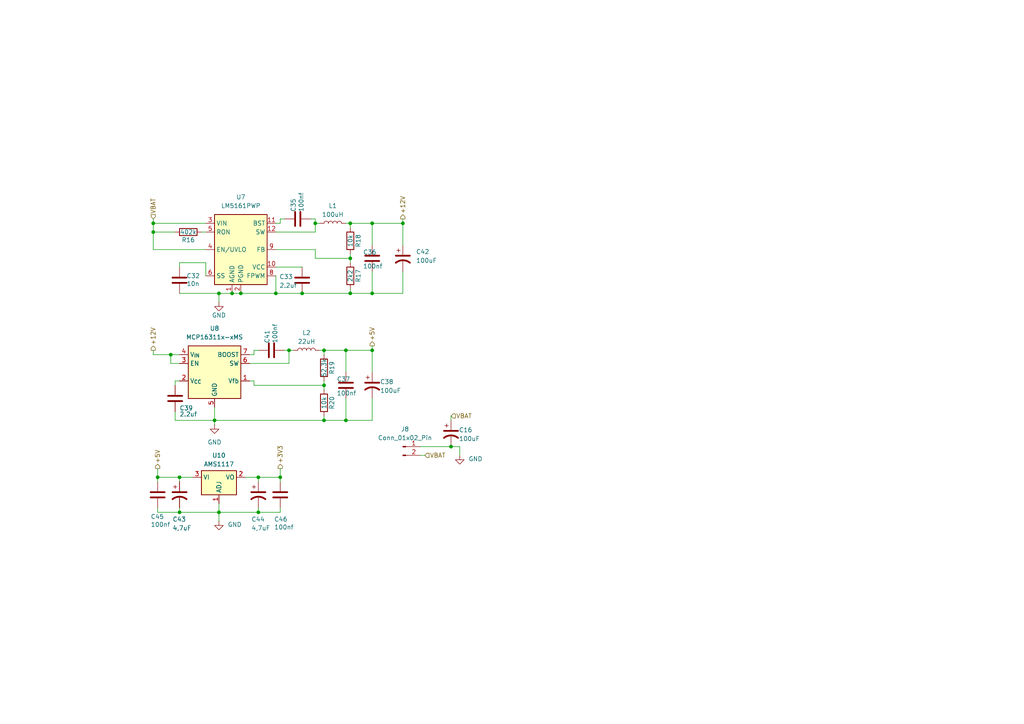
<source format=kicad_sch>
(kicad_sch (version 20250114) (generator "eeschema") (generator_version "9.0")
  (paper "A4")
  (lib_symbols
    (symbol "Connector:Conn_01x02_Pin" (pin_names (offset 1.016) (hide yes))
      (property "Reference" "J" (at 0 2.54 0))
      (property "Value" "Conn_01x02_Pin" (at 0 -5.08 0))
      (symbol "Conn_01x02_Pin_1_1"
        (rectangle (start 0.8636 0.127) (end 0 -0.127) (stroke (width 0.1524)) (fill (type outline)))
        (rectangle (start 0.8636 -2.413) (end 0 -2.667) (stroke (width 0.1524)) (fill (type outline)))
        (polyline (pts (xy 1.27 0) (xy 0.8636 0)) (stroke (width 0.1524)))
        (polyline (pts (xy 1.27 -2.54) (xy 0.8636 -2.54)) (stroke (width 0.1524)))
        (pin passive line (at 5.08 0 180) (length 3.81) (name "Pin_1") (number "1"))
        (pin passive line (at 5.08 -2.54 180) (length 3.81) (name "Pin_2") (number "2"))
      )
    )
    (symbol "Device:C" (pin_numbers (hide yes)) (pin_names (offset 0.254))
      (property "Reference" "C" (at 0.635 2.54 0))
      (property "Value" "C" (at 0.635 -2.54 0))
      (symbol "C_0_1"
        (polyline (pts (xy -2.032 0.762) (xy 2.032 0.762)) (stroke (width 0.508)))
        (polyline (pts (xy -2.032 -0.762) (xy 2.032 -0.762)) (stroke (width 0.508)))
      )
      (symbol "C_1_1"
        (pin passive line (at 0 3.81 270) (length 2.794) (name "~") (number "1"))
        (pin passive line (at 0 -3.81 90) (length 2.794) (name "~") (number "2"))
      )
    )
    (symbol "Device:C_Polarized_US" (pin_numbers (hide yes)) (pin_names (offset 0.254) (hide yes))
      (property "Reference" "C" (at 0.635 2.54 0))
      (property "Value" "C_Polarized_US" (at 0.635 -2.54 0))
      (symbol "C_Polarized_US_0_1"
        (polyline (pts (xy -2.032 0.762) (xy 2.032 0.762)) (stroke (width 0.508)))
        (polyline (pts (xy -1.778 2.286) (xy -0.762 2.286)))
        (polyline (pts (xy -1.27 1.778) (xy -1.27 2.794)))
        (arc (start -2.032 -1.27) (mid 0 -0.5572) (end 2.032 -1.27) (stroke (width 0.508)))
      )
      (symbol "C_Polarized_US_1_1"
        (pin passive line (at 0 3.81 270) (length 2.794) (name "~") (number "1"))
        (pin passive line (at 0 -3.81 90) (length 3.302) (name "~") (number "2"))
      )
    )
    (symbol "Device:L" (pin_numbers (hide yes)) (pin_names (offset 1.016) (hide yes))
      (property "Reference" "L" (at -1.27 0 90))
      (property "Value" "L" (at 1.905 0 90))
      (symbol "L_0_1"
        (arc (start 0 2.54) (mid 0.6323 1.905) (end 0 1.27))
        (arc (start 0 1.27) (mid 0.6323 0.635) (end 0 0))
        (arc (start 0 0) (mid 0.6323 -0.635) (end 0 -1.27))
        (arc (start 0 -1.27) (mid 0.6323 -1.905) (end 0 -2.54))
      )
      (symbol "L_1_1"
        (pin passive line (at 0 3.81 270) (length 1.27) (name "1") (number "1"))
        (pin passive line (at 0 -3.81 90) (length 1.27) (name "2") (number "2"))
      )
    )
    (symbol "Device:R" (pin_numbers (hide yes)) (pin_names (offset 0))
      (property "Reference" "R" (at 2.032 0 90))
      (property "Value" "R" (at 0 0 90))
      (symbol "R_0_1"
        (rectangle (start -1.016 -2.54) (end 1.016 2.54) (stroke (width 0.254)))
      )
      (symbol "R_1_1"
        (pin passive line (at 0 3.81 270) (length 1.27) (name "~") (number "1"))
        (pin passive line (at 0 -3.81 90) (length 1.27) (name "~") (number "2"))
      )
    )
    (symbol "Regulator_Linear:AMS1117"
      (property "Reference" "U" (at -3.81 3.175 0))
      (property "Value" "AMS1117" (at 0 3.175 0))
      (symbol "AMS1117_0_1"
        (rectangle (start -5.08 -5.08) (end 5.08 1.905) (stroke (width 0.254)) (fill (type background)))
      )
      (symbol "AMS1117_1_1"
        (pin power_in line (at -7.62 0 0) (length 2.54) (name "VI") (number "3"))
        (pin input line (at 0 -7.62 90) (length 2.54) (name "ADJ") (number "1"))
        (pin power_out line (at 7.62 0 180) (length 2.54) (name "VO") (number "2"))
      )
    )
    (symbol "Regulator_Switching:LM5161PWP"
      (property "Reference" "U" (at -7.62 11.43 0))
      (property "Value" "LM5161PWP" (at 7.62 11.43 0))
      (symbol "LM5161PWP_0_1"
        (rectangle (start -7.62 10.16) (end 7.62 -10.16) (stroke (width 0.254)) (fill (type background)))
      )
      (symbol "LM5161PWP_1_1"
        (pin power_in line (at -10.16 7.62 0) (length 2.54) (name "VIN") (number "3"))
        (pin input line (at -10.16 5.08 0) (length 2.54) (name "RON") (number "5"))
        (pin input line (at -10.16 0 0) (length 2.54) (name "EN/UVLO") (number "4"))
        (pin passive line (at -10.16 -7.62 0) (length 2.54) (name "SS") (number "6"))
        (pin no_connect line (at -7.62 -2.54 0) (length 2.54) (hide yes) (name "NC") (number "7"))
        (pin no_connect line (at -7.62 -5.08 0) (length 2.54) (hide yes) (name "NC") (number "14"))
        (pin power_in line (at -2.54 -12.7 90) (length 2.54) (name "AGND") (number "1"))
        (pin passive line (at -2.54 -12.7 90) (length 2.54) (hide yes) (name "AGND") (number "15"))
        (pin power_in line (at 0 -12.7 90) (length 2.54) (name "PGND") (number "2"))
        (pin passive line (at 10.16 7.62 180) (length 2.54) (name "BST") (number "11"))
        (pin power_out line (at 10.16 5.08 180) (length 2.54) (name "SW") (number "12"))
        (pin passive line (at 10.16 5.08 180) (length 2.54) (hide yes) (name "SW") (number "13"))
        (pin input line (at 10.16 0 180) (length 2.54) (name "FB") (number "9"))
        (pin power_out line (at 10.16 -5.08 180) (length 2.54) (name "VCC") (number "10"))
        (pin input line (at 10.16 -7.62 180) (length 2.54) (name "FPWM") (number "8"))
      )
    )
    (symbol "Regulator_Switching:MCP16311x-xMS"
      (property "Reference" "U" (at -7.62 8.89 0))
      (property "Value" "MCP16311x-xMS" (at 0 8.89 0))
      (symbol "MCP16311x-xMS_0_1"
        (rectangle (start -7.62 7.62) (end 7.62 -7.62) (stroke (width 0.254)) (fill (type background)))
      )
      (symbol "MCP16311x-xMS_1_1"
        (pin power_in line (at -10.16 5.08 0) (length 2.54) (name "V_{IN}") (number "4"))
        (pin input line (at -10.16 2.54 0) (length 2.54) (name "EN") (number "3"))
        (pin passive line (at -10.16 -2.54 0) (length 2.54) (name "V_{CC}") (number "2"))
        (pin power_in line (at 0 -10.16 90) (length 2.54) (name "GND") (number "5"))
        (pin passive line (at 0 -10.16 90) (length 2.54) (hide yes) (name "GND") (number "8"))
        (pin output line (at 10.16 5.08 180) (length 2.54) (name "BOOST") (number "7"))
        (pin output line (at 10.16 2.54 180) (length 2.54) (name "SW") (number "6"))
        (pin input line (at 10.16 -2.54 180) (length 2.54) (name "Vfb") (number "1"))
      )
    )
    (symbol "power:GND" (power) (pin_numbers (hide yes)) (pin_names (offset 0) (hide yes))
      (property "Value" "GND" (at 0 -3.81 0))
      (symbol "GND_0_1"
        (polyline (pts (xy 0 0) (xy 0 -1.27) (xy 1.27 -1.27) (xy 0 -2.54) (xy -1.27 -1.27) (xy 0 -1.27)))
      )
      (symbol "GND_1_1"
        (pin power_in line (at 0 0 270) (length 0) (name "~") (number "1"))
      )
    )
  )
  (junction (at 67.31 85.09))
  (junction (at 87.63 85.09))
  (junction (at 69.85 85.09))
  (junction (at 116.84 64.77))
  (junction (at 63.5 148.59))
  (junction (at 74.93 138.43))
  (junction (at 100.33 101.6))
  (junction (at 101.6 64.77))
  (junction (at 101.6 85.09))
  (junction (at 107.95 101.6))
  (junction (at 63.5 85.09))
  (junction (at 130.81 129.54))
  (junction (at 107.95 64.77))
  (junction (at 101.6 74.93))
  (junction (at 107.95 85.09))
  (junction (at 44.45 67.31))
  (junction (at 80.01 85.09))
  (junction (at 83.82 101.6))
  (junction (at 93.98 121.92))
  (junction (at 93.98 111.76))
  (junction (at 45.72 138.43))
  (junction (at 81.28 138.43))
  (junction (at 91.44 64.77))
  (junction (at 52.07 138.43))
  (junction (at 93.98 101.6))
  (junction (at 100.33 121.92))
  (junction (at 74.93 148.59))
  (junction (at 52.07 148.59))
  (junction (at 62.23 121.92))
  (junction (at 44.45 64.77))
  (junction (at 49.53 102.87))
  (wire (pts (xy 52.07 139.7) (xy 52.07 138.43)))
  (wire (pts (xy 62.23 121.92) (xy 93.98 121.92)))
  (wire (pts (xy 72.39 105.41) (xy 83.82 105.41)))
  (wire (pts (xy 130.81 120.65) (xy 130.81 121.92)))
  (wire (pts (xy 45.72 147.32) (xy 45.72 148.59)))
  (wire (pts (xy 44.45 64.77) (xy 59.69 64.77)))
  (wire (pts (xy 44.45 101.6) (xy 44.45 102.87)))
  (wire (pts (xy 62.23 118.11) (xy 62.23 121.92)))
  (wire (pts (xy 81.28 138.43) (xy 74.93 138.43)))
  (wire (pts (xy 44.45 102.87) (xy 49.53 102.87)))
  (wire (pts (xy 93.98 101.6) (xy 93.98 102.87)))
  (wire (pts (xy 107.95 64.77) (xy 101.6 64.77)))
  (wire (pts (xy 101.6 83.82) (xy 101.6 85.09)))
  (wire (pts (xy 52.07 85.09) (xy 63.5 85.09)))
  (wire (pts (xy 107.95 107.95) (xy 107.95 101.6)))
  (wire (pts (xy 101.6 64.77) (xy 100.33 64.77)))
  (wire (pts (xy 72.39 110.49) (xy 73.66 110.49)))
  (wire (pts (xy 83.82 101.6) (xy 83.82 105.41)))
  (wire (pts (xy 45.72 139.7) (xy 45.72 138.43)))
  (wire (pts (xy 93.98 101.6) (xy 100.33 101.6)))
  (wire (pts (xy 80.01 77.47) (xy 87.63 77.47)))
  (wire (pts (xy 44.45 67.31) (xy 44.45 72.39)))
  (wire (pts (xy 100.33 101.6) (xy 107.95 101.6)))
  (wire (pts (xy 63.5 85.09) (xy 67.31 85.09)))
  (wire (pts (xy 91.44 63.5) (xy 90.17 63.5)))
  (wire (pts (xy 45.72 138.43) (xy 52.07 138.43)))
  (wire (pts (xy 52.07 138.43) (xy 55.88 138.43)))
  (wire (pts (xy 45.72 148.59) (xy 52.07 148.59)))
  (wire (pts (xy 62.23 123.19) (xy 62.23 121.92)))
  (wire (pts (xy 101.6 73.66) (xy 101.6 74.93)))
  (wire (pts (xy 72.39 102.87) (xy 73.66 102.87)))
  (wire (pts (xy 100.33 115.57) (xy 100.33 121.92)))
  (wire (pts (xy 107.95 71.12) (xy 107.95 64.77)))
  (wire (pts (xy 73.66 111.76) (xy 93.98 111.76)))
  (wire (pts (xy 52.07 105.41) (xy 49.53 105.41)))
  (wire (pts (xy 80.01 85.09) (xy 69.85 85.09)))
  (wire (pts (xy 45.72 135.89) (xy 45.72 138.43)))
  (wire (pts (xy 81.28 148.59) (xy 74.93 148.59)))
  (wire (pts (xy 63.5 148.59) (xy 63.5 151.13)))
  (wire (pts (xy 91.44 64.77) (xy 91.44 67.31)))
  (wire (pts (xy 81.28 64.77) (xy 81.28 63.5)))
  (wire (pts (xy 93.98 120.65) (xy 93.98 121.92)))
  (wire (pts (xy 107.95 78.74) (xy 107.95 85.09)))
  (wire (pts (xy 100.33 121.92) (xy 107.95 121.92)))
  (wire (pts (xy 107.95 85.09) (xy 116.84 85.09)))
  (wire (pts (xy 63.5 148.59) (xy 74.93 148.59)))
  (wire (pts (xy 107.95 64.77) (xy 116.84 64.77)))
  (wire (pts (xy 52.07 148.59) (xy 63.5 148.59)))
  (wire (pts (xy 116.84 78.74) (xy 116.84 85.09)))
  (wire (pts (xy 63.5 87.63) (xy 63.5 85.09)))
  (wire (pts (xy 74.93 147.32) (xy 74.93 148.59)))
  (wire (pts (xy 50.8 119.38) (xy 50.8 121.92)))
  (wire (pts (xy 81.28 139.7) (xy 81.28 138.43)))
  (wire (pts (xy 52.07 77.47) (xy 52.07 76.2)))
  (wire (pts (xy 44.45 63.5) (xy 44.45 64.77)))
  (wire (pts (xy 91.44 64.77) (xy 92.71 64.77)))
  (wire (pts (xy 107.95 115.57) (xy 107.95 121.92)))
  (wire (pts (xy 73.66 102.87) (xy 73.66 101.6)))
  (wire (pts (xy 121.92 132.08) (xy 123.19 132.08)))
  (wire (pts (xy 81.28 63.5) (xy 82.55 63.5)))
  (wire (pts (xy 59.69 76.2) (xy 59.69 80.01)))
  (wire (pts (xy 49.53 102.87) (xy 52.07 102.87)))
  (wire (pts (xy 58.42 67.31) (xy 59.69 67.31)))
  (wire (pts (xy 107.95 85.09) (xy 101.6 85.09)))
  (wire (pts (xy 50.8 67.31) (xy 44.45 67.31)))
  (wire (pts (xy 73.66 110.49) (xy 73.66 111.76)))
  (wire (pts (xy 107.95 100.33) (xy 107.95 101.6)))
  (wire (pts (xy 101.6 64.77) (xy 101.6 66.04)))
  (wire (pts (xy 74.93 138.43) (xy 74.93 139.7)))
  (wire (pts (xy 93.98 110.49) (xy 93.98 111.76)))
  (wire (pts (xy 91.44 72.39) (xy 91.44 74.93)))
  (wire (pts (xy 50.8 111.76) (xy 50.8 110.49)))
  (wire (pts (xy 63.5 146.05) (xy 63.5 148.59)))
  (wire (pts (xy 80.01 72.39) (xy 91.44 72.39)))
  (wire (pts (xy 80.01 80.01) (xy 80.01 85.09)))
  (wire (pts (xy 100.33 107.95) (xy 100.33 101.6)))
  (wire (pts (xy 93.98 111.76) (xy 93.98 113.03)))
  (wire (pts (xy 116.84 63.5) (xy 116.84 64.77)))
  (wire (pts (xy 83.82 101.6) (xy 82.55 101.6)))
  (wire (pts (xy 87.63 85.09) (xy 101.6 85.09)))
  (wire (pts (xy 92.71 101.6) (xy 93.98 101.6)))
  (wire (pts (xy 130.81 129.54) (xy 133.35 129.54)))
  (wire (pts (xy 85.09 101.6) (xy 83.82 101.6)))
  (wire (pts (xy 80.01 85.09) (xy 87.63 85.09)))
  (wire (pts (xy 73.66 101.6) (xy 74.93 101.6)))
  (wire (pts (xy 52.07 147.32) (xy 52.07 148.59)))
  (wire (pts (xy 80.01 67.31) (xy 91.44 67.31)))
  (wire (pts (xy 67.31 85.09) (xy 69.85 85.09)))
  (wire (pts (xy 121.92 129.54) (xy 130.81 129.54)))
  (wire (pts (xy 50.8 110.49) (xy 52.07 110.49)))
  (wire (pts (xy 101.6 74.93) (xy 101.6 76.2)))
  (wire (pts (xy 116.84 71.12) (xy 116.84 64.77)))
  (wire (pts (xy 50.8 121.92) (xy 62.23 121.92)))
  (wire (pts (xy 93.98 121.92) (xy 100.33 121.92)))
  (wire (pts (xy 80.01 64.77) (xy 81.28 64.77)))
  (wire (pts (xy 44.45 64.77) (xy 44.45 67.31)))
  (wire (pts (xy 71.12 138.43) (xy 74.93 138.43)))
  (wire (pts (xy 49.53 105.41) (xy 49.53 102.87)))
  (wire (pts (xy 91.44 74.93) (xy 101.6 74.93)))
  (wire (pts (xy 59.69 72.39) (xy 44.45 72.39)))
  (wire (pts (xy 81.28 135.89) (xy 81.28 138.43)))
  (wire (pts (xy 81.28 147.32) (xy 81.28 148.59)))
  (wire (pts (xy 52.07 76.2) (xy 59.69 76.2)))
  (wire (pts (xy 133.35 129.54) (xy 133.35 132.08)))
  (wire (pts (xy 91.44 63.5) (xy 91.44 64.77)))
  (hierarchical_label "+3V3" (shape output) (at 81.28 135.89 90))
  (hierarchical_label "+12V" (shape output) (at 116.84 63.5 90))
  (hierarchical_label "+5V" (shape output) (at 45.72 135.89 90))
  (hierarchical_label "+12V" (shape output) (at 44.45 101.6 90))
  (hierarchical_label "VBAT" (shape input) (at 123.19 132.08 0))
  (hierarchical_label "VBAT" (shape input) (at 130.81 120.65 0))
  (hierarchical_label "VBAT" (shape input) (at 44.45 63.5 90))
  (hierarchical_label "+5V" (shape output) (at 107.95 100.33 90))
  (symbol (lib_id "Device:C_Polarized_US") (at 116.84 74.93 0) (unit 1)
    (property "Reference" "C42" (at 120.65 73.0249 0) (effects (justify left)))
    (property "Value" "100uF" (at 120.65 75.5649 0) (effects (justify left)))
    (property "Footprint" "Capacitor_SMD:CP_Elec_3x5.4" (effects (hide yes)))
    (property "Description" "Polarized capacitor, US symbol" (effects (hide yes)))
  )
  (symbol (lib_id "Device:L") (at 96.52 64.77 90) (unit 1)
    (property "Reference" "L1" (at 96.52 59.69 90))
    (property "Value" "100uH" (at 96.52 62.23 90))
    (property "Footprint" "Inductor_SMD:L_KOHERelec_MDA5030" (effects (hide yes)))
    (property "Description" "Inductor" (effects (hide yes)))
  )
  (symbol (lib_id "Regulator_Switching:LM5161PWP") (at 69.85 72.39 0) (unit 1)
    (property "Reference" "U7" (at 69.85 57.15 0))
    (property "Value" "LM5161PWP" (at 69.85 59.69 0))
    (property "Footprint" "Package_SO:Texas_HTSSOP-14-1EP_4.4x5mm_P0.65mm_EP3.4x5mm_Mask3.155x3.255mm_ThermalVias" (effects (hide yes)))
    (property "Datasheet" "http://www.ti.com/lit/ds/symlink/lm5161.pdf" (effects (hide yes)))
    (property "Description" "1A Synchronous Buck/Fly-buck Converter, 4.5V-100V input, adjustable output voltage, HTSSOP-14" (effects (hide yes)))
  )
  (symbol (lib_id "Device:C_Polarized_US") (at 52.07 143.51 0) (unit 1)
    (property "Reference" "C43" (at 50.038 150.622 0) (effects (justify left)))
    (property "Value" "4,7uF" (at 50.038 153.162 0) (effects (justify left)))
    (property "Footprint" "Capacitor_Tantalum_SMD:CP_EIA-3216-10_Kemet-I" (effects (hide yes)))
    (property "Description" "Polarized capacitor, US symbol" (effects (hide yes)))
  )
  (symbol (lib_id "power:GND") (at 63.5 151.13 0) (unit 1)
    (property "Reference" "#PWR037" (effects (hide yes)))
    (property "Value" "GND" (at 68.072 152.146 0))
    (property "Description" "Power symbol creates a global label with name \"GND\" , ground" (effects (hide yes)))
  )
  (symbol (lib_id "Device:C") (at 78.74 101.6 90) (unit 1)
    (property "Reference" "C41" (at 77.47 99.568 0) (effects (justify left)))
    (property "Value" "100nf" (at 79.756 99.568 0) (effects (justify left)))
    (property "Footprint" "Capacitor_SMD:C_0402_1005Metric" (effects (hide yes)))
    (property "Description" "Unpolarized capacitor" (effects (hide yes)))
  )
  (symbol (lib_id "Device:C_Polarized_US") (at 107.95 111.76 0) (unit 1)
    (property "Reference" "C38" (at 110.236 110.744 0) (effects (justify left)))
    (property "Value" "100uF" (at 110.236 113.284 0) (effects (justify left)))
    (property "Footprint" "Capacitor_SMD:CP_Elec_3x5.4" (effects (hide yes)))
    (property "Description" "Polarized capacitor, US symbol" (effects (hide yes)))
  )
  (symbol (lib_id "Device:R") (at 101.6 80.01 180) (unit 1)
    (property "Reference" "R17" (at 103.886 80.01 90))
    (property "Value" "2k2" (at 101.6 80.01 90))
    (property "Footprint" "Resistor_SMD:R_0402_1005Metric" (effects (hide yes)))
    (property "Description" "Resistor" (effects (hide yes)))
  )
  (symbol (lib_id "Device:C") (at 107.95 74.93 180) (unit 1)
    (property "Reference" "C36" (at 109.22 73.152 0) (effects (justify left)))
    (property "Value" "100nf" (at 110.998 77.216 0) (effects (justify left)))
    (property "Footprint" "Capacitor_SMD:C_0402_1005Metric" (effects (hide yes)))
    (property "Description" "Unpolarized capacitor" (effects (hide yes)))
  )
  (symbol (lib_id "Device:C") (at 50.8 115.57 0) (unit 1)
    (property "Reference" "C39" (at 52.07 118.364 0) (effects (justify left)))
    (property "Value" "2.2uf" (at 52.07 120.142 0) (effects (justify left)))
    (property "Footprint" "Capacitor_SMD:C_0603_1608Metric" (effects (hide yes)))
    (property "Description" "Unpolarized capacitor" (effects (hide yes)))
  )
  (symbol (lib_id "Device:R") (at 54.61 67.31 90) (unit 1)
    (property "Reference" "R16" (at 54.61 69.596 90))
    (property "Value" "402k" (at 54.61 67.31 90))
    (property "Footprint" "Resistor_SMD:R_0402_1005Metric" (effects (hide yes)))
    (property "Description" "Resistor" (effects (hide yes)))
  )
  (symbol (lib_id "Device:C") (at 52.07 81.28 0) (unit 1)
    (property "Reference" "C32" (at 54.102 80.01 0) (effects (justify left)))
    (property "Value" "10n" (at 54.102 82.296 0) (effects (justify left)))
    (property "Footprint" "Capacitor_SMD:C_0402_1005Metric" (effects (hide yes)))
    (property "Description" "Unpolarized capacitor" (effects (hide yes)))
  )
  (symbol (lib_id "Device:C") (at 81.28 143.51 0) (unit 1)
    (property "Reference" "C46" (at 79.502 150.622 0) (effects (justify left)))
    (property "Value" "100nf" (at 79.502 152.908 0) (effects (justify left)))
    (property "Footprint" "Capacitor_SMD:C_0402_1005Metric" (effects (hide yes)))
    (property "Description" "Unpolarized capacitor" (effects (hide yes)))
  )
  (symbol (lib_id "Regulator_Switching:MCP16311x-xMS") (at 62.23 107.95 0) (unit 1)
    (property "Reference" "U8" (at 62.23 95.25 0))
    (property "Value" "MCP16311x-xMS" (at 62.23 97.79 0))
    (property "Footprint" "Package_SO:MSOP-8_3x3mm_P0.65mm" (effects (hide yes)))
    (property "Datasheet" "https://ww1.microchip.com/downloads/en/DeviceDoc/MCP16311-Family-Data-Sheet-DS20005255C.pdf" (effects (hide yes)))
    (property "Description" "30V Input, 1A Output Voltage, integrated switch step-down regulator, PFM/PWM modulation, MSOP-8" (effects (hide yes)))
  )
  (symbol (lib_id "Connector:Conn_01x02_Pin") (at 116.84 129.54 0) (unit 1)
    (property "Reference" "J8" (at 117.475 124.46 0))
    (property "Value" "Conn_01x02_Pin" (at 117.475 127 0))
    (property "Footprint" "Connector_PinHeader_2.54mm:PinHeader_1x02_P2.54mm_Vertical" (effects (hide yes)))
    (property "Description" "Generic connector, single row, 01x02, script generated" (effects (hide yes)))
  )
  (symbol (lib_id "Device:R") (at 93.98 106.68 180) (unit 1)
    (property "Reference" "R19" (at 96.266 106.68 90))
    (property "Value" "52.3k" (at 93.98 106.68 90))
    (property "Footprint" "Resistor_SMD:R_0402_1005Metric" (effects (hide yes)))
    (property "Description" "Resistor" (effects (hide yes)))
  )
  (symbol (lib_id "Device:C") (at 86.36 63.5 90) (unit 1)
    (property "Reference" "C35" (at 85.09 61.468 0) (effects (justify left)))
    (property "Value" "100nf" (at 87.376 61.468 0) (effects (justify left)))
    (property "Footprint" "Capacitor_SMD:C_0402_1005Metric" (effects (hide yes)))
    (property "Description" "Unpolarized capacitor" (effects (hide yes)))
  )
  (symbol (lib_id "Device:R") (at 101.6 69.85 180) (unit 1)
    (property "Reference" "R18" (at 103.886 69.85 90))
    (property "Value" "10k" (at 101.6 69.85 90))
    (property "Footprint" "Resistor_SMD:R_0402_1005Metric" (effects (hide yes)))
    (property "Description" "Resistor" (effects (hide yes)))
  )
  (symbol (lib_id "power:GND") (at 63.5 87.63 0) (unit 1)
    (property "Reference" "#PWR038" (effects (hide yes)))
    (property "Value" "GND" (at 63.5 91.44 0))
    (property "Description" "Power symbol creates a global label with name \"GND\" , ground" (effects (hide yes)))
  )
  (symbol (lib_id "Regulator_Linear:AMS1117") (at 63.5 138.43 0) (unit 1)
    (property "Reference" "U10" (at 63.5 132.08 0))
    (property "Value" "AMS1117" (at 63.5 134.62 0))
    (property "Footprint" "Package_TO_SOT_SMD:SOT-223-3_TabPin2" (effects (hide yes)))
    (property "Datasheet" "http://www.advanced-monolithic.com/pdf/ds1117.pdf" (effects (hide yes)))
    (property "Description" "1A Low Dropout regulator, positive, adjustable output, SOT-223" (effects (hide yes)))
  )
  (symbol (lib_id "power:GND") (at 62.23 123.19 0) (unit 1)
    (property "Reference" "#PWR039" (effects (hide yes)))
    (property "Value" "GND" (at 62.23 128.27 0))
    (property "Description" "Power symbol creates a global label with name \"GND\" , ground" (effects (hide yes)))
  )
  (symbol (lib_id "Device:C_Polarized_US") (at 74.93 143.51 0) (unit 1)
    (property "Reference" "C44" (at 72.898 150.622 0) (effects (justify left)))
    (property "Value" "4,7uF" (at 72.898 153.162 0) (effects (justify left)))
    (property "Footprint" "Capacitor_Tantalum_SMD:CP_EIA-3216-10_Kemet-I" (effects (hide yes)))
    (property "Description" "Polarized capacitor, US symbol" (effects (hide yes)))
  )
  (symbol (lib_id "Device:R") (at 93.98 116.84 180) (unit 1)
    (property "Reference" "R20" (at 96.266 116.84 90))
    (property "Value" "10k" (at 93.98 116.84 90))
    (property "Footprint" "Resistor_SMD:R_0402_1005Metric" (effects (hide yes)))
    (property "Description" "Resistor" (effects (hide yes)))
  )
  (symbol (lib_id "Device:C_Polarized_US") (at 130.81 125.73 0) (unit 1)
    (property "Reference" "C16" (at 133.096 124.714 0) (effects (justify left)))
    (property "Value" "100uF" (at 133.096 127.254 0) (effects (justify left)))
    (property "Footprint" "Capacitor_SMD:CP_Elec_3x5.4" (effects (hide yes)))
    (property "Description" "Polarized capacitor, US symbol" (effects (hide yes)))
  )
  (symbol (lib_id "Device:C") (at 87.63 81.28 0) (unit 1)
    (property "Reference" "C33" (at 81.026 80.264 0) (effects (justify left)))
    (property "Value" "2.2uf" (at 81.026 82.804 0) (effects (justify left)))
    (property "Footprint" "Capacitor_SMD:C_0603_1608Metric" (effects (hide yes)))
    (property "Description" "Unpolarized capacitor" (effects (hide yes)))
  )
  (symbol (lib_id "Device:L") (at 88.9 101.6 90) (unit 1)
    (property "Reference" "L2" (at 88.9 96.52 90))
    (property "Value" "22uH" (at 88.9 99.06 90))
    (property "Footprint" "Inductor_SMD:L_Chilisin_BMRB00050518-B" (effects (hide yes)))
    (property "Description" "Inductor" (effects (hide yes)))
  )
  (symbol (lib_id "Device:C") (at 100.33 111.76 180) (unit 1)
    (property "Reference" "C37" (at 101.6 109.982 0) (effects (justify left)))
    (property "Value" "100nf" (at 103.378 114.046 0) (effects (justify left)))
    (property "Footprint" "Capacitor_SMD:C_0402_1005Metric" (effects (hide yes)))
    (property "Description" "Unpolarized capacitor" (effects (hide yes)))
  )
  (symbol (lib_id "Device:C") (at 45.72 143.51 0) (unit 1)
    (property "Reference" "C45" (at 43.688 149.86 0) (effects (justify left)))
    (property "Value" "100nf" (at 43.688 152.146 0) (effects (justify left)))
    (property "Footprint" "Capacitor_SMD:C_0402_1005Metric" (effects (hide yes)))
    (property "Description" "Unpolarized capacitor" (effects (hide yes)))
  )
  (symbol (lib_id "power:GND") (at 133.35 132.08 0) (unit 1)
    (property "Reference" "#PWR026" (effects (hide yes)))
    (property "Value" "GND" (at 137.922 133.096 0))
    (property "Description" "Power symbol creates a global label with name \"GND\" , ground" (effects (hide yes)))
  )
)
</source>
